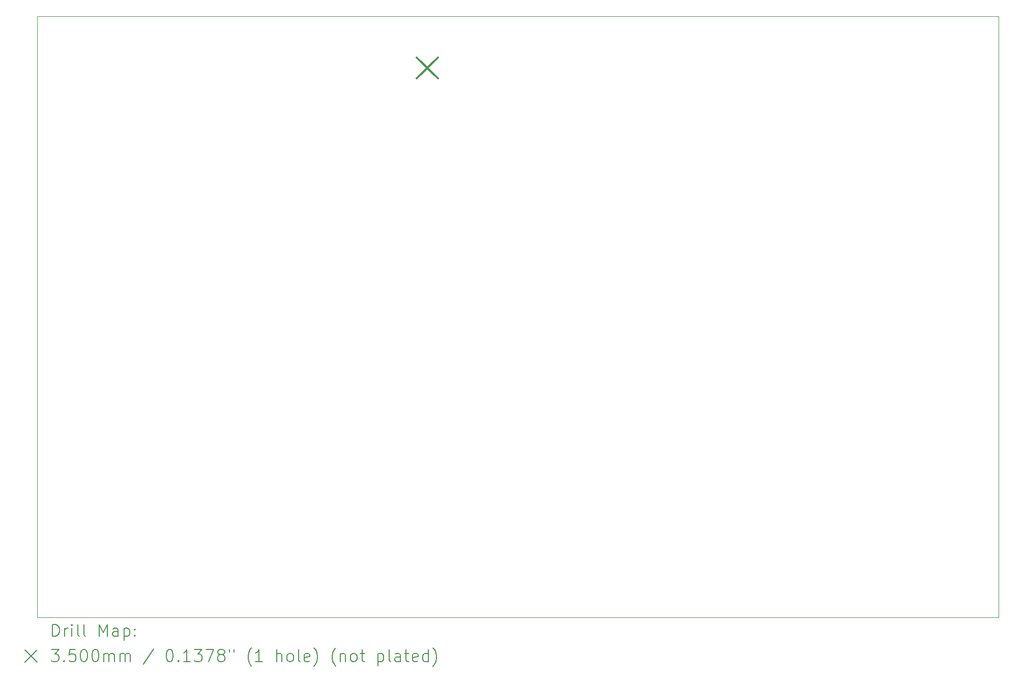
<source format=gbr>
%TF.GenerationSoftware,KiCad,Pcbnew,(6.0.11)*%
%TF.CreationDate,2024-01-26T22:10:11-05:00*%
%TF.ProjectId,FirstZ80,46697273-745a-4383-902e-6b696361645f,rev?*%
%TF.SameCoordinates,Original*%
%TF.FileFunction,Drillmap*%
%TF.FilePolarity,Positive*%
%FSLAX45Y45*%
G04 Gerber Fmt 4.5, Leading zero omitted, Abs format (unit mm)*
G04 Created by KiCad (PCBNEW (6.0.11)) date 2024-01-26 22:10:11*
%MOMM*%
%LPD*%
G01*
G04 APERTURE LIST*
%ADD10C,0.100000*%
%ADD11C,0.200000*%
%ADD12C,0.350000*%
G04 APERTURE END LIST*
D10*
X6000000Y-16000000D02*
X22000000Y-16000000D01*
X22000000Y-16000000D02*
X22000000Y-6000000D01*
X22000000Y-6000000D02*
X6000000Y-6000000D01*
X6000000Y-6000000D02*
X6000000Y-16000000D01*
D11*
D12*
X12315500Y-6683000D02*
X12665500Y-7033000D01*
X12665500Y-6683000D02*
X12315500Y-7033000D01*
D11*
X6252619Y-16315476D02*
X6252619Y-16115476D01*
X6300238Y-16115476D01*
X6328809Y-16125000D01*
X6347857Y-16144048D01*
X6357381Y-16163095D01*
X6366905Y-16201190D01*
X6366905Y-16229762D01*
X6357381Y-16267857D01*
X6347857Y-16286905D01*
X6328809Y-16305952D01*
X6300238Y-16315476D01*
X6252619Y-16315476D01*
X6452619Y-16315476D02*
X6452619Y-16182143D01*
X6452619Y-16220238D02*
X6462143Y-16201190D01*
X6471667Y-16191667D01*
X6490714Y-16182143D01*
X6509762Y-16182143D01*
X6576428Y-16315476D02*
X6576428Y-16182143D01*
X6576428Y-16115476D02*
X6566905Y-16125000D01*
X6576428Y-16134524D01*
X6585952Y-16125000D01*
X6576428Y-16115476D01*
X6576428Y-16134524D01*
X6700238Y-16315476D02*
X6681190Y-16305952D01*
X6671667Y-16286905D01*
X6671667Y-16115476D01*
X6805000Y-16315476D02*
X6785952Y-16305952D01*
X6776428Y-16286905D01*
X6776428Y-16115476D01*
X7033571Y-16315476D02*
X7033571Y-16115476D01*
X7100238Y-16258333D01*
X7166905Y-16115476D01*
X7166905Y-16315476D01*
X7347857Y-16315476D02*
X7347857Y-16210714D01*
X7338333Y-16191667D01*
X7319286Y-16182143D01*
X7281190Y-16182143D01*
X7262143Y-16191667D01*
X7347857Y-16305952D02*
X7328809Y-16315476D01*
X7281190Y-16315476D01*
X7262143Y-16305952D01*
X7252619Y-16286905D01*
X7252619Y-16267857D01*
X7262143Y-16248809D01*
X7281190Y-16239286D01*
X7328809Y-16239286D01*
X7347857Y-16229762D01*
X7443095Y-16182143D02*
X7443095Y-16382143D01*
X7443095Y-16191667D02*
X7462143Y-16182143D01*
X7500238Y-16182143D01*
X7519286Y-16191667D01*
X7528809Y-16201190D01*
X7538333Y-16220238D01*
X7538333Y-16277381D01*
X7528809Y-16296428D01*
X7519286Y-16305952D01*
X7500238Y-16315476D01*
X7462143Y-16315476D01*
X7443095Y-16305952D01*
X7624048Y-16296428D02*
X7633571Y-16305952D01*
X7624048Y-16315476D01*
X7614524Y-16305952D01*
X7624048Y-16296428D01*
X7624048Y-16315476D01*
X7624048Y-16191667D02*
X7633571Y-16201190D01*
X7624048Y-16210714D01*
X7614524Y-16201190D01*
X7624048Y-16191667D01*
X7624048Y-16210714D01*
X5795000Y-16545000D02*
X5995000Y-16745000D01*
X5995000Y-16545000D02*
X5795000Y-16745000D01*
X6233571Y-16535476D02*
X6357381Y-16535476D01*
X6290714Y-16611667D01*
X6319286Y-16611667D01*
X6338333Y-16621190D01*
X6347857Y-16630714D01*
X6357381Y-16649762D01*
X6357381Y-16697381D01*
X6347857Y-16716428D01*
X6338333Y-16725952D01*
X6319286Y-16735476D01*
X6262143Y-16735476D01*
X6243095Y-16725952D01*
X6233571Y-16716428D01*
X6443095Y-16716428D02*
X6452619Y-16725952D01*
X6443095Y-16735476D01*
X6433571Y-16725952D01*
X6443095Y-16716428D01*
X6443095Y-16735476D01*
X6633571Y-16535476D02*
X6538333Y-16535476D01*
X6528809Y-16630714D01*
X6538333Y-16621190D01*
X6557381Y-16611667D01*
X6605000Y-16611667D01*
X6624048Y-16621190D01*
X6633571Y-16630714D01*
X6643095Y-16649762D01*
X6643095Y-16697381D01*
X6633571Y-16716428D01*
X6624048Y-16725952D01*
X6605000Y-16735476D01*
X6557381Y-16735476D01*
X6538333Y-16725952D01*
X6528809Y-16716428D01*
X6766905Y-16535476D02*
X6785952Y-16535476D01*
X6805000Y-16545000D01*
X6814524Y-16554524D01*
X6824048Y-16573571D01*
X6833571Y-16611667D01*
X6833571Y-16659286D01*
X6824048Y-16697381D01*
X6814524Y-16716428D01*
X6805000Y-16725952D01*
X6785952Y-16735476D01*
X6766905Y-16735476D01*
X6747857Y-16725952D01*
X6738333Y-16716428D01*
X6728809Y-16697381D01*
X6719286Y-16659286D01*
X6719286Y-16611667D01*
X6728809Y-16573571D01*
X6738333Y-16554524D01*
X6747857Y-16545000D01*
X6766905Y-16535476D01*
X6957381Y-16535476D02*
X6976428Y-16535476D01*
X6995476Y-16545000D01*
X7005000Y-16554524D01*
X7014524Y-16573571D01*
X7024048Y-16611667D01*
X7024048Y-16659286D01*
X7014524Y-16697381D01*
X7005000Y-16716428D01*
X6995476Y-16725952D01*
X6976428Y-16735476D01*
X6957381Y-16735476D01*
X6938333Y-16725952D01*
X6928809Y-16716428D01*
X6919286Y-16697381D01*
X6909762Y-16659286D01*
X6909762Y-16611667D01*
X6919286Y-16573571D01*
X6928809Y-16554524D01*
X6938333Y-16545000D01*
X6957381Y-16535476D01*
X7109762Y-16735476D02*
X7109762Y-16602143D01*
X7109762Y-16621190D02*
X7119286Y-16611667D01*
X7138333Y-16602143D01*
X7166905Y-16602143D01*
X7185952Y-16611667D01*
X7195476Y-16630714D01*
X7195476Y-16735476D01*
X7195476Y-16630714D02*
X7205000Y-16611667D01*
X7224048Y-16602143D01*
X7252619Y-16602143D01*
X7271667Y-16611667D01*
X7281190Y-16630714D01*
X7281190Y-16735476D01*
X7376428Y-16735476D02*
X7376428Y-16602143D01*
X7376428Y-16621190D02*
X7385952Y-16611667D01*
X7405000Y-16602143D01*
X7433571Y-16602143D01*
X7452619Y-16611667D01*
X7462143Y-16630714D01*
X7462143Y-16735476D01*
X7462143Y-16630714D02*
X7471667Y-16611667D01*
X7490714Y-16602143D01*
X7519286Y-16602143D01*
X7538333Y-16611667D01*
X7547857Y-16630714D01*
X7547857Y-16735476D01*
X7938333Y-16525952D02*
X7766905Y-16783095D01*
X8195476Y-16535476D02*
X8214524Y-16535476D01*
X8233571Y-16545000D01*
X8243095Y-16554524D01*
X8252619Y-16573571D01*
X8262143Y-16611667D01*
X8262143Y-16659286D01*
X8252619Y-16697381D01*
X8243095Y-16716428D01*
X8233571Y-16725952D01*
X8214524Y-16735476D01*
X8195476Y-16735476D01*
X8176428Y-16725952D01*
X8166905Y-16716428D01*
X8157381Y-16697381D01*
X8147857Y-16659286D01*
X8147857Y-16611667D01*
X8157381Y-16573571D01*
X8166905Y-16554524D01*
X8176428Y-16545000D01*
X8195476Y-16535476D01*
X8347857Y-16716428D02*
X8357381Y-16725952D01*
X8347857Y-16735476D01*
X8338333Y-16725952D01*
X8347857Y-16716428D01*
X8347857Y-16735476D01*
X8547857Y-16735476D02*
X8433571Y-16735476D01*
X8490714Y-16735476D02*
X8490714Y-16535476D01*
X8471667Y-16564048D01*
X8452619Y-16583095D01*
X8433571Y-16592619D01*
X8614524Y-16535476D02*
X8738333Y-16535476D01*
X8671667Y-16611667D01*
X8700238Y-16611667D01*
X8719286Y-16621190D01*
X8728810Y-16630714D01*
X8738333Y-16649762D01*
X8738333Y-16697381D01*
X8728810Y-16716428D01*
X8719286Y-16725952D01*
X8700238Y-16735476D01*
X8643095Y-16735476D01*
X8624048Y-16725952D01*
X8614524Y-16716428D01*
X8805000Y-16535476D02*
X8938333Y-16535476D01*
X8852619Y-16735476D01*
X9043095Y-16621190D02*
X9024048Y-16611667D01*
X9014524Y-16602143D01*
X9005000Y-16583095D01*
X9005000Y-16573571D01*
X9014524Y-16554524D01*
X9024048Y-16545000D01*
X9043095Y-16535476D01*
X9081190Y-16535476D01*
X9100238Y-16545000D01*
X9109762Y-16554524D01*
X9119286Y-16573571D01*
X9119286Y-16583095D01*
X9109762Y-16602143D01*
X9100238Y-16611667D01*
X9081190Y-16621190D01*
X9043095Y-16621190D01*
X9024048Y-16630714D01*
X9014524Y-16640238D01*
X9005000Y-16659286D01*
X9005000Y-16697381D01*
X9014524Y-16716428D01*
X9024048Y-16725952D01*
X9043095Y-16735476D01*
X9081190Y-16735476D01*
X9100238Y-16725952D01*
X9109762Y-16716428D01*
X9119286Y-16697381D01*
X9119286Y-16659286D01*
X9109762Y-16640238D01*
X9100238Y-16630714D01*
X9081190Y-16621190D01*
X9195476Y-16535476D02*
X9195476Y-16573571D01*
X9271667Y-16535476D02*
X9271667Y-16573571D01*
X9566905Y-16811667D02*
X9557381Y-16802143D01*
X9538333Y-16773571D01*
X9528810Y-16754524D01*
X9519286Y-16725952D01*
X9509762Y-16678333D01*
X9509762Y-16640238D01*
X9519286Y-16592619D01*
X9528810Y-16564048D01*
X9538333Y-16545000D01*
X9557381Y-16516428D01*
X9566905Y-16506905D01*
X9747857Y-16735476D02*
X9633571Y-16735476D01*
X9690714Y-16735476D02*
X9690714Y-16535476D01*
X9671667Y-16564048D01*
X9652619Y-16583095D01*
X9633571Y-16592619D01*
X9985952Y-16735476D02*
X9985952Y-16535476D01*
X10071667Y-16735476D02*
X10071667Y-16630714D01*
X10062143Y-16611667D01*
X10043095Y-16602143D01*
X10014524Y-16602143D01*
X9995476Y-16611667D01*
X9985952Y-16621190D01*
X10195476Y-16735476D02*
X10176429Y-16725952D01*
X10166905Y-16716428D01*
X10157381Y-16697381D01*
X10157381Y-16640238D01*
X10166905Y-16621190D01*
X10176429Y-16611667D01*
X10195476Y-16602143D01*
X10224048Y-16602143D01*
X10243095Y-16611667D01*
X10252619Y-16621190D01*
X10262143Y-16640238D01*
X10262143Y-16697381D01*
X10252619Y-16716428D01*
X10243095Y-16725952D01*
X10224048Y-16735476D01*
X10195476Y-16735476D01*
X10376429Y-16735476D02*
X10357381Y-16725952D01*
X10347857Y-16706905D01*
X10347857Y-16535476D01*
X10528810Y-16725952D02*
X10509762Y-16735476D01*
X10471667Y-16735476D01*
X10452619Y-16725952D01*
X10443095Y-16706905D01*
X10443095Y-16630714D01*
X10452619Y-16611667D01*
X10471667Y-16602143D01*
X10509762Y-16602143D01*
X10528810Y-16611667D01*
X10538333Y-16630714D01*
X10538333Y-16649762D01*
X10443095Y-16668809D01*
X10605000Y-16811667D02*
X10614524Y-16802143D01*
X10633571Y-16773571D01*
X10643095Y-16754524D01*
X10652619Y-16725952D01*
X10662143Y-16678333D01*
X10662143Y-16640238D01*
X10652619Y-16592619D01*
X10643095Y-16564048D01*
X10633571Y-16545000D01*
X10614524Y-16516428D01*
X10605000Y-16506905D01*
X10966905Y-16811667D02*
X10957381Y-16802143D01*
X10938333Y-16773571D01*
X10928810Y-16754524D01*
X10919286Y-16725952D01*
X10909762Y-16678333D01*
X10909762Y-16640238D01*
X10919286Y-16592619D01*
X10928810Y-16564048D01*
X10938333Y-16545000D01*
X10957381Y-16516428D01*
X10966905Y-16506905D01*
X11043095Y-16602143D02*
X11043095Y-16735476D01*
X11043095Y-16621190D02*
X11052619Y-16611667D01*
X11071667Y-16602143D01*
X11100238Y-16602143D01*
X11119286Y-16611667D01*
X11128810Y-16630714D01*
X11128810Y-16735476D01*
X11252619Y-16735476D02*
X11233571Y-16725952D01*
X11224048Y-16716428D01*
X11214524Y-16697381D01*
X11214524Y-16640238D01*
X11224048Y-16621190D01*
X11233571Y-16611667D01*
X11252619Y-16602143D01*
X11281190Y-16602143D01*
X11300238Y-16611667D01*
X11309762Y-16621190D01*
X11319286Y-16640238D01*
X11319286Y-16697381D01*
X11309762Y-16716428D01*
X11300238Y-16725952D01*
X11281190Y-16735476D01*
X11252619Y-16735476D01*
X11376428Y-16602143D02*
X11452619Y-16602143D01*
X11405000Y-16535476D02*
X11405000Y-16706905D01*
X11414524Y-16725952D01*
X11433571Y-16735476D01*
X11452619Y-16735476D01*
X11671667Y-16602143D02*
X11671667Y-16802143D01*
X11671667Y-16611667D02*
X11690714Y-16602143D01*
X11728809Y-16602143D01*
X11747857Y-16611667D01*
X11757381Y-16621190D01*
X11766905Y-16640238D01*
X11766905Y-16697381D01*
X11757381Y-16716428D01*
X11747857Y-16725952D01*
X11728809Y-16735476D01*
X11690714Y-16735476D01*
X11671667Y-16725952D01*
X11881190Y-16735476D02*
X11862143Y-16725952D01*
X11852619Y-16706905D01*
X11852619Y-16535476D01*
X12043095Y-16735476D02*
X12043095Y-16630714D01*
X12033571Y-16611667D01*
X12014524Y-16602143D01*
X11976428Y-16602143D01*
X11957381Y-16611667D01*
X12043095Y-16725952D02*
X12024048Y-16735476D01*
X11976428Y-16735476D01*
X11957381Y-16725952D01*
X11947857Y-16706905D01*
X11947857Y-16687857D01*
X11957381Y-16668809D01*
X11976428Y-16659286D01*
X12024048Y-16659286D01*
X12043095Y-16649762D01*
X12109762Y-16602143D02*
X12185952Y-16602143D01*
X12138333Y-16535476D02*
X12138333Y-16706905D01*
X12147857Y-16725952D01*
X12166905Y-16735476D01*
X12185952Y-16735476D01*
X12328809Y-16725952D02*
X12309762Y-16735476D01*
X12271667Y-16735476D01*
X12252619Y-16725952D01*
X12243095Y-16706905D01*
X12243095Y-16630714D01*
X12252619Y-16611667D01*
X12271667Y-16602143D01*
X12309762Y-16602143D01*
X12328809Y-16611667D01*
X12338333Y-16630714D01*
X12338333Y-16649762D01*
X12243095Y-16668809D01*
X12509762Y-16735476D02*
X12509762Y-16535476D01*
X12509762Y-16725952D02*
X12490714Y-16735476D01*
X12452619Y-16735476D01*
X12433571Y-16725952D01*
X12424048Y-16716428D01*
X12414524Y-16697381D01*
X12414524Y-16640238D01*
X12424048Y-16621190D01*
X12433571Y-16611667D01*
X12452619Y-16602143D01*
X12490714Y-16602143D01*
X12509762Y-16611667D01*
X12585952Y-16811667D02*
X12595476Y-16802143D01*
X12614524Y-16773571D01*
X12624048Y-16754524D01*
X12633571Y-16725952D01*
X12643095Y-16678333D01*
X12643095Y-16640238D01*
X12633571Y-16592619D01*
X12624048Y-16564048D01*
X12614524Y-16545000D01*
X12595476Y-16516428D01*
X12585952Y-16506905D01*
M02*

</source>
